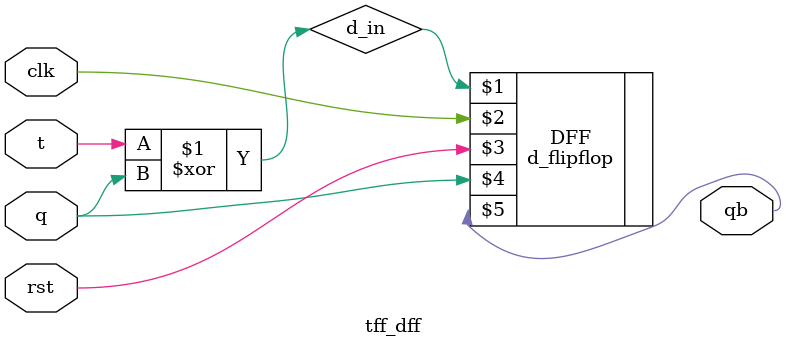
<source format=v>
module tff_dff(t,clk,rst,q,qb);

input clk, rst, t; 
inout q;
output qb; 
wire d_in;

xor X1(d_in, t, q);
d_flipflop DFF(d_in,clk,rst, q, qb); 

endmodule

</source>
